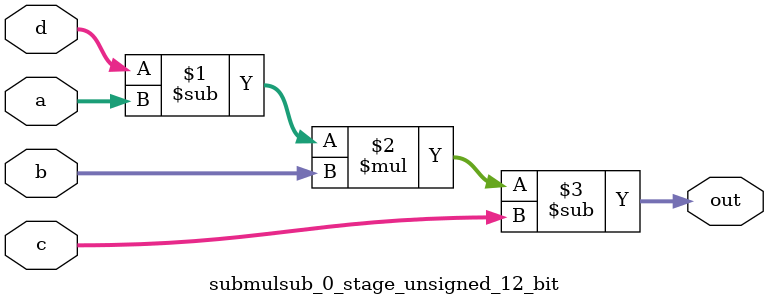
<source format=sv>
(* use_dsp = "yes" *) module submulsub_0_stage_unsigned_12_bit(
	input  [11:0] a,
	input  [11:0] b,
	input  [11:0] c,
	input  [11:0] d,
	output [11:0] out
	);

	assign out = ((d - a) * b) - c;
endmodule

</source>
